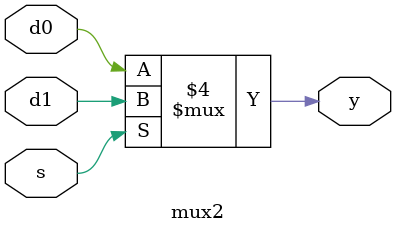
<source format=v>
module mux2(d0, d1, s, y);
    input d0, d1;
    input s;
    output reg y;

    always @(s, d0, d1) begin
        if (s == 0)
            y <= d0;
        else
            y <= d1;
    end
endmodule
</source>
